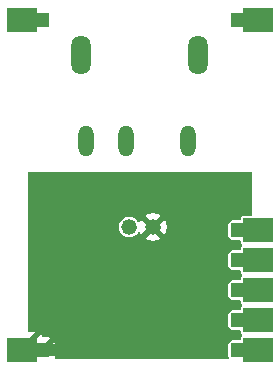
<source format=gbr>
%TF.GenerationSoftware,KiCad,Pcbnew,9.0.1+dfsg-1*%
%TF.CreationDate,2025-05-01T11:06:43+02:00*%
%TF.ProjectId,solar-and-dc-connectors,736f6c61-722d-4616-9e64-2d64632d636f,rev?*%
%TF.SameCoordinates,Original*%
%TF.FileFunction,Copper,L2,Bot*%
%TF.FilePolarity,Positive*%
%FSLAX46Y46*%
G04 Gerber Fmt 4.6, Leading zero omitted, Abs format (unit mm)*
G04 Created by KiCad (PCBNEW 9.0.1+dfsg-1) date 2025-05-01 11:06:43*
%MOMM*%
%LPD*%
G01*
G04 APERTURE LIST*
G04 Aperture macros list*
%AMRoundRect*
0 Rectangle with rounded corners*
0 $1 Rounding radius*
0 $2 $3 $4 $5 $6 $7 $8 $9 X,Y pos of 4 corners*
0 Add a 4 corners polygon primitive as box body*
4,1,4,$2,$3,$4,$5,$6,$7,$8,$9,$2,$3,0*
0 Add four circle primitives for the rounded corners*
1,1,$1+$1,$2,$3*
1,1,$1+$1,$4,$5*
1,1,$1+$1,$6,$7*
1,1,$1+$1,$8,$9*
0 Add four rect primitives between the rounded corners*
20,1,$1+$1,$2,$3,$4,$5,0*
20,1,$1+$1,$4,$5,$6,$7,0*
20,1,$1+$1,$6,$7,$8,$9,0*
20,1,$1+$1,$8,$9,$2,$3,0*%
G04 Aperture macros list end*
%TA.AperFunction,ComponentPad*%
%ADD10C,1.320800*%
%TD*%
%TA.AperFunction,CastellatedPad*%
%ADD11R,2.540000X2.000000*%
%TD*%
%TA.AperFunction,ComponentPad*%
%ADD12RoundRect,0.250000X0.375000X0.375000X-0.375000X0.375000X-0.375000X-0.375000X0.375000X-0.375000X0*%
%TD*%
%TA.AperFunction,ComponentPad*%
%ADD13O,1.308000X2.616000*%
%TD*%
%TA.AperFunction,ComponentPad*%
%ADD14O,1.660000X3.320000*%
%TD*%
%TA.AperFunction,ViaPad*%
%ADD15C,0.600000*%
%TD*%
%TA.AperFunction,Conductor*%
%ADD16C,1.000000*%
%TD*%
G04 APERTURE END LIST*
D10*
%TO.P,J1,1,1*%
%TO.N,INTERNAL_SOLAR_+*%
X62484000Y-47879000D03*
%TO.P,J1,2,2*%
%TO.N,GND*%
X64484001Y-47879000D03*
%TD*%
D11*
%TO.P,M1,1*%
%TO.N,unconnected-(M1-Pad1)*%
X53373000Y-30353000D03*
D12*
X55073000Y-30353000D03*
D11*
%TO.P,M1,12,GND*%
%TO.N,GND*%
X53373000Y-58293000D03*
D12*
X55073000Y-58293000D03*
%TO.P,M1,13*%
%TO.N,DIRTY_DC_+*%
X71673000Y-30353000D03*
D11*
X73373000Y-30353000D03*
D12*
%TO.P,M1,20*%
%TO.N,DIRTY_DC_-*%
X71673000Y-48133000D03*
D11*
X73373000Y-48133000D03*
D12*
%TO.P,M1,21*%
%TO.N,DIRTY_DC_-_SENSE*%
X71673000Y-50673000D03*
D11*
X73373000Y-50673000D03*
D12*
%TO.P,M1,22*%
%TO.N,unconnected-(M1-Pad22)*%
X71673000Y-53213000D03*
D11*
X73373000Y-53213000D03*
D12*
%TO.P,M1,23*%
%TO.N,unconnected-(M1-Pad23)*%
X71673000Y-55753000D03*
D11*
X73373000Y-55753000D03*
D12*
%TO.P,M1,24*%
%TO.N,INTERNAL_SOLAR_+*%
X71673000Y-58293000D03*
D11*
X73373000Y-58293000D03*
%TD*%
D13*
%TO.P,J2,A*%
%TO.N,DIRTY_DC_+*%
X58820000Y-40574000D03*
%TO.P,J2,B*%
%TO.N,DIRTY_DC_-*%
X67420000Y-40574000D03*
%TO.P,J2,C*%
%TO.N,DIRTY_DC_-_SENSE*%
X62220000Y-40574000D03*
D14*
%TO.P,J2,SH1*%
%TO.N,N/C*%
X68320000Y-33274000D03*
%TO.P,J2,SH2*%
X58420000Y-33274000D03*
%TD*%
D15*
%TO.N,GND*%
X64970000Y-56930000D03*
X62110000Y-52880000D03*
X69800000Y-54190000D03*
X54750000Y-52690000D03*
X54940000Y-44530000D03*
X71170000Y-45000000D03*
X57920000Y-44610000D03*
X67370000Y-50360000D03*
X54860000Y-49110000D03*
X60510000Y-49260000D03*
X54670000Y-55860000D03*
%TD*%
D16*
%TO.N,GND*%
X55323000Y-58293000D02*
X58293000Y-58293000D01*
X58293000Y-58293000D02*
X58674000Y-57912000D01*
%TD*%
%TA.AperFunction,Conductor*%
%TO.N,GND*%
G36*
X72815539Y-43199685D02*
G01*
X72861294Y-43252489D01*
X72872500Y-43304000D01*
X72872500Y-46808500D01*
X72852815Y-46875539D01*
X72800011Y-46921294D01*
X72748500Y-46932500D01*
X72083247Y-46932500D01*
X72024770Y-46944131D01*
X72024769Y-46944132D01*
X71958447Y-46988447D01*
X71914132Y-47054769D01*
X71914131Y-47054770D01*
X71902500Y-47113247D01*
X71902500Y-47183500D01*
X71882815Y-47250539D01*
X71830011Y-47296294D01*
X71778500Y-47307500D01*
X71243730Y-47307500D01*
X71213300Y-47310353D01*
X71213298Y-47310353D01*
X71085119Y-47355206D01*
X71085117Y-47355207D01*
X70975850Y-47435850D01*
X70895207Y-47545117D01*
X70895206Y-47545119D01*
X70850353Y-47673298D01*
X70850353Y-47673300D01*
X70847500Y-47703730D01*
X70847500Y-48562269D01*
X70850353Y-48592699D01*
X70850353Y-48592701D01*
X70895206Y-48720880D01*
X70895207Y-48720882D01*
X70975850Y-48830150D01*
X71085118Y-48910793D01*
X71127845Y-48925744D01*
X71213299Y-48955646D01*
X71243730Y-48958500D01*
X71243734Y-48958500D01*
X71778500Y-48958500D01*
X71845539Y-48978185D01*
X71891294Y-49030989D01*
X71902500Y-49082500D01*
X71902500Y-49152752D01*
X71914131Y-49211229D01*
X71914132Y-49211230D01*
X71958447Y-49277552D01*
X71991890Y-49299898D01*
X72036695Y-49353511D01*
X72045402Y-49422836D01*
X72015247Y-49485863D01*
X71991890Y-49506102D01*
X71958447Y-49528447D01*
X71914132Y-49594769D01*
X71914131Y-49594770D01*
X71902500Y-49653247D01*
X71902500Y-49723500D01*
X71882815Y-49790539D01*
X71830011Y-49836294D01*
X71778500Y-49847500D01*
X71243730Y-49847500D01*
X71213300Y-49850353D01*
X71213298Y-49850353D01*
X71085119Y-49895206D01*
X71085117Y-49895207D01*
X70975850Y-49975850D01*
X70895207Y-50085117D01*
X70895206Y-50085119D01*
X70850353Y-50213298D01*
X70850353Y-50213300D01*
X70847500Y-50243730D01*
X70847500Y-51102269D01*
X70850353Y-51132699D01*
X70850353Y-51132701D01*
X70895206Y-51260880D01*
X70895207Y-51260882D01*
X70975850Y-51370150D01*
X71085118Y-51450793D01*
X71127845Y-51465744D01*
X71213299Y-51495646D01*
X71243730Y-51498500D01*
X71243734Y-51498500D01*
X71778500Y-51498500D01*
X71845539Y-51518185D01*
X71891294Y-51570989D01*
X71902500Y-51622500D01*
X71902500Y-51692752D01*
X71914131Y-51751229D01*
X71914132Y-51751230D01*
X71958447Y-51817552D01*
X71991890Y-51839898D01*
X72036695Y-51893511D01*
X72045402Y-51962836D01*
X72015247Y-52025863D01*
X71991890Y-52046102D01*
X71958447Y-52068447D01*
X71914132Y-52134769D01*
X71914131Y-52134770D01*
X71902500Y-52193247D01*
X71902500Y-52263500D01*
X71882815Y-52330539D01*
X71830011Y-52376294D01*
X71778500Y-52387500D01*
X71243730Y-52387500D01*
X71213300Y-52390353D01*
X71213298Y-52390353D01*
X71085119Y-52435206D01*
X71085117Y-52435207D01*
X70975850Y-52515850D01*
X70895207Y-52625117D01*
X70895206Y-52625119D01*
X70850353Y-52753298D01*
X70850353Y-52753300D01*
X70847500Y-52783730D01*
X70847500Y-53642269D01*
X70850353Y-53672699D01*
X70850353Y-53672701D01*
X70895206Y-53800880D01*
X70895207Y-53800882D01*
X70975850Y-53910150D01*
X71085118Y-53990793D01*
X71127845Y-54005744D01*
X71213299Y-54035646D01*
X71243730Y-54038500D01*
X71243734Y-54038500D01*
X71778500Y-54038500D01*
X71845539Y-54058185D01*
X71891294Y-54110989D01*
X71902500Y-54162500D01*
X71902500Y-54232752D01*
X71914131Y-54291229D01*
X71914132Y-54291230D01*
X71958447Y-54357552D01*
X71991890Y-54379898D01*
X72036695Y-54433511D01*
X72045402Y-54502836D01*
X72015247Y-54565863D01*
X71991890Y-54586102D01*
X71958447Y-54608447D01*
X71914132Y-54674769D01*
X71914131Y-54674770D01*
X71902500Y-54733247D01*
X71902500Y-54803500D01*
X71882815Y-54870539D01*
X71830011Y-54916294D01*
X71778500Y-54927500D01*
X71243730Y-54927500D01*
X71213300Y-54930353D01*
X71213298Y-54930353D01*
X71085119Y-54975206D01*
X71085117Y-54975207D01*
X70975850Y-55055850D01*
X70895207Y-55165117D01*
X70895206Y-55165119D01*
X70850353Y-55293298D01*
X70850353Y-55293300D01*
X70847500Y-55323730D01*
X70847500Y-56182269D01*
X70850353Y-56212699D01*
X70850353Y-56212701D01*
X70895206Y-56340880D01*
X70895207Y-56340882D01*
X70975850Y-56450150D01*
X71085118Y-56530793D01*
X71127845Y-56545744D01*
X71213299Y-56575646D01*
X71243730Y-56578500D01*
X71243734Y-56578500D01*
X71778500Y-56578500D01*
X71845539Y-56598185D01*
X71891294Y-56650989D01*
X71902500Y-56702500D01*
X71902500Y-56772752D01*
X71914131Y-56831229D01*
X71914132Y-56831230D01*
X71958447Y-56897552D01*
X71991890Y-56919898D01*
X72036695Y-56973511D01*
X72045402Y-57042836D01*
X72015247Y-57105863D01*
X71991890Y-57126102D01*
X71958447Y-57148447D01*
X71914132Y-57214769D01*
X71914131Y-57214770D01*
X71902500Y-57273247D01*
X71902500Y-57343500D01*
X71882815Y-57410539D01*
X71830011Y-57456294D01*
X71778500Y-57467500D01*
X71243730Y-57467500D01*
X71213300Y-57470353D01*
X71213298Y-57470353D01*
X71085119Y-57515206D01*
X71085117Y-57515207D01*
X70975850Y-57595850D01*
X70895207Y-57705117D01*
X70895206Y-57705119D01*
X70850353Y-57833298D01*
X70850353Y-57833300D01*
X70847500Y-57863730D01*
X70847500Y-58722269D01*
X70850353Y-58752699D01*
X70850353Y-58752701D01*
X70898276Y-58889652D01*
X70896979Y-58890105D01*
X70908958Y-58949034D01*
X70883649Y-59014159D01*
X70827149Y-59055263D01*
X70785406Y-59062500D01*
X56279100Y-59062500D01*
X56212061Y-59042815D01*
X56166306Y-58990011D01*
X56156362Y-58920853D01*
X56161394Y-58899496D01*
X56187505Y-58820697D01*
X56187506Y-58820690D01*
X56197999Y-58717986D01*
X56197999Y-57868028D01*
X56197998Y-57868012D01*
X56187505Y-57765302D01*
X56132357Y-57598875D01*
X56127900Y-57591650D01*
X55448000Y-58271550D01*
X55448000Y-58243630D01*
X55422444Y-58148255D01*
X55373075Y-58062745D01*
X55303255Y-57992925D01*
X55217745Y-57943556D01*
X55122370Y-57918000D01*
X55094446Y-57918000D01*
X55774347Y-57238099D01*
X55767124Y-57233643D01*
X55767119Y-57233641D01*
X55600697Y-57178494D01*
X55600690Y-57178493D01*
X55497986Y-57168000D01*
X55216120Y-57168000D01*
X55149081Y-57148315D01*
X55103326Y-57095511D01*
X55099938Y-57087333D01*
X55086354Y-57050913D01*
X55086353Y-57050912D01*
X55035957Y-56983592D01*
X54205105Y-57814445D01*
X54101097Y-57710437D01*
X53978258Y-57628359D01*
X53873500Y-57584966D01*
X53873500Y-57490310D01*
X53893185Y-57423271D01*
X53909819Y-57402629D01*
X54519448Y-56793000D01*
X53997500Y-56793000D01*
X53930461Y-56773315D01*
X53884706Y-56720511D01*
X53873500Y-56669000D01*
X53873500Y-47794204D01*
X61623100Y-47794204D01*
X61623100Y-47963795D01*
X61656181Y-48130107D01*
X61656184Y-48130117D01*
X61721078Y-48286785D01*
X61721083Y-48286795D01*
X61815294Y-48427791D01*
X61815297Y-48427795D01*
X61935204Y-48547702D01*
X61935208Y-48547705D01*
X62076204Y-48641916D01*
X62076208Y-48641918D01*
X62076211Y-48641920D01*
X62232885Y-48706817D01*
X62399204Y-48739899D01*
X62399208Y-48739900D01*
X62399209Y-48739900D01*
X62568792Y-48739900D01*
X62568793Y-48739899D01*
X62735115Y-48706817D01*
X62891789Y-48641920D01*
X63032792Y-48547705D01*
X63152705Y-48427792D01*
X63210236Y-48341689D01*
X63263847Y-48296885D01*
X63333172Y-48288178D01*
X63396200Y-48318332D01*
X63423822Y-48354285D01*
X63491534Y-48487175D01*
X63504468Y-48504978D01*
X64077601Y-47931845D01*
X64077601Y-47932504D01*
X64105296Y-48035865D01*
X64158800Y-48128536D01*
X64234465Y-48204201D01*
X64327136Y-48257705D01*
X64430497Y-48285400D01*
X64431154Y-48285400D01*
X63858020Y-48858531D01*
X63875818Y-48871462D01*
X64038557Y-48954383D01*
X64212272Y-49010827D01*
X64392671Y-49039400D01*
X64575331Y-49039400D01*
X64755729Y-49010827D01*
X64929444Y-48954383D01*
X65092179Y-48871465D01*
X65109980Y-48858531D01*
X64536849Y-48285400D01*
X64537505Y-48285400D01*
X64640866Y-48257705D01*
X64733537Y-48204201D01*
X64809202Y-48128536D01*
X64862706Y-48035865D01*
X64890401Y-47932504D01*
X64890401Y-47931847D01*
X65463532Y-48504978D01*
X65476466Y-48487178D01*
X65559384Y-48324443D01*
X65615828Y-48150728D01*
X65644401Y-47970330D01*
X65644401Y-47787669D01*
X65615828Y-47607271D01*
X65559384Y-47433556D01*
X65476463Y-47270817D01*
X65463532Y-47253020D01*
X65463532Y-47253019D01*
X64890401Y-47826151D01*
X64890401Y-47825496D01*
X64862706Y-47722135D01*
X64809202Y-47629464D01*
X64733537Y-47553799D01*
X64640866Y-47500295D01*
X64537505Y-47472600D01*
X64536848Y-47472600D01*
X65109979Y-46899467D01*
X65092179Y-46886535D01*
X64929444Y-46803616D01*
X64755729Y-46747172D01*
X64575331Y-46718600D01*
X64392671Y-46718600D01*
X64212272Y-46747172D01*
X64038557Y-46803616D01*
X63875814Y-46886539D01*
X63875809Y-46886543D01*
X63858021Y-46899465D01*
X63858021Y-46899468D01*
X64431155Y-47472600D01*
X64430497Y-47472600D01*
X64327136Y-47500295D01*
X64234465Y-47553799D01*
X64158800Y-47629464D01*
X64105296Y-47722135D01*
X64077601Y-47825496D01*
X64077601Y-47826152D01*
X63504469Y-47253020D01*
X63504466Y-47253020D01*
X63491544Y-47270808D01*
X63491537Y-47270819D01*
X63423822Y-47403714D01*
X63375847Y-47454510D01*
X63308026Y-47471304D01*
X63241891Y-47448766D01*
X63210236Y-47416309D01*
X63152705Y-47330207D01*
X63032795Y-47210297D01*
X63032791Y-47210294D01*
X62891795Y-47116083D01*
X62891785Y-47116078D01*
X62759508Y-47061287D01*
X62759506Y-47061286D01*
X62735121Y-47051185D01*
X62735117Y-47051183D01*
X62735115Y-47051183D01*
X62735111Y-47051182D01*
X62735107Y-47051181D01*
X62568795Y-47018100D01*
X62568791Y-47018100D01*
X62399209Y-47018100D01*
X62399204Y-47018100D01*
X62232892Y-47051181D01*
X62232882Y-47051184D01*
X62076214Y-47116078D01*
X62076204Y-47116083D01*
X61935208Y-47210294D01*
X61935204Y-47210297D01*
X61815297Y-47330204D01*
X61815294Y-47330208D01*
X61721083Y-47471204D01*
X61721078Y-47471214D01*
X61656184Y-47627882D01*
X61656181Y-47627892D01*
X61623100Y-47794204D01*
X53873500Y-47794204D01*
X53873500Y-43304000D01*
X53893185Y-43236961D01*
X53945989Y-43191206D01*
X53997500Y-43180000D01*
X72748500Y-43180000D01*
X72815539Y-43199685D01*
G37*
%TD.AperFunction*%
%TD*%
M02*

</source>
